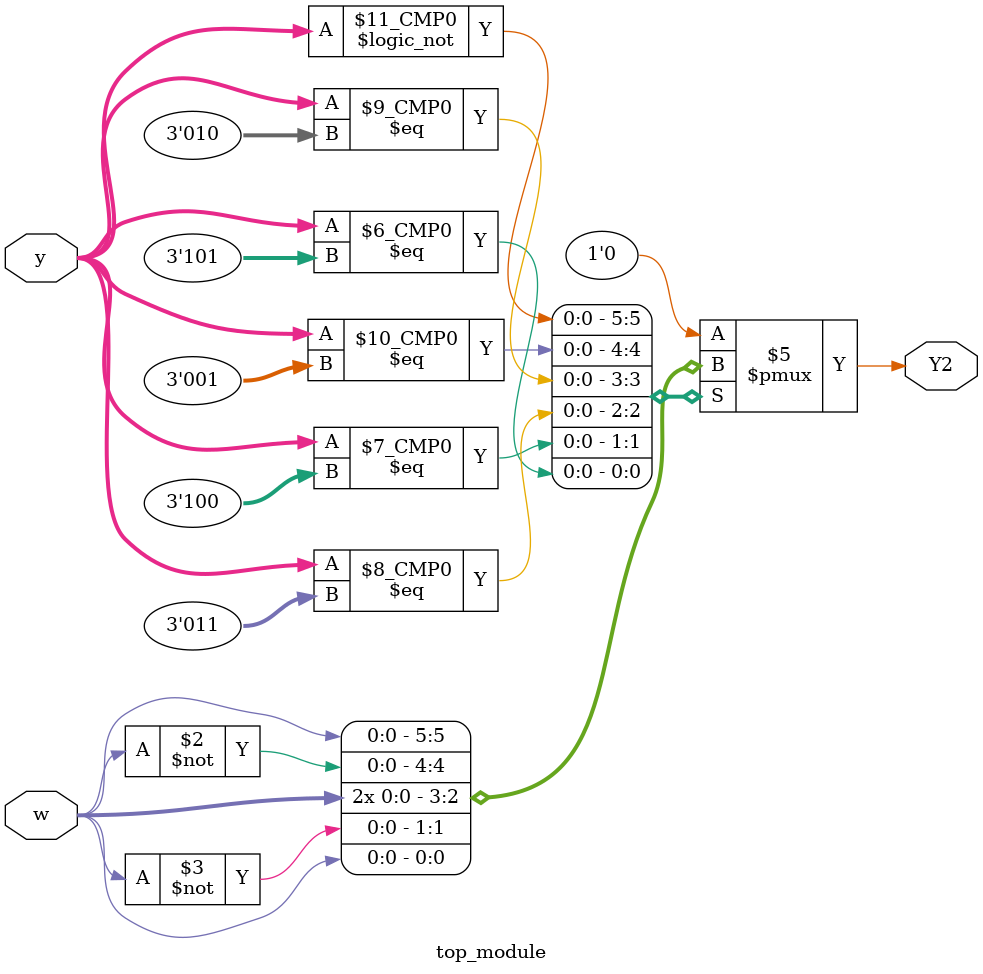
<source format=sv>
module top_module(
	input [3:1] y,
	input w,
	output reg Y2);

	always @(*)
	begin
		case(y)
			3'b000: Y2 = w;
			3'b001: Y2 = ~w;
			3'b010: Y2 = w;
			3'b011: Y2 = w;
			3'b100: Y2 = ~w;
			3'b101: Y2 = w;
			default: Y2 = 1'b0;
		endcase
	end

endmodule

</source>
